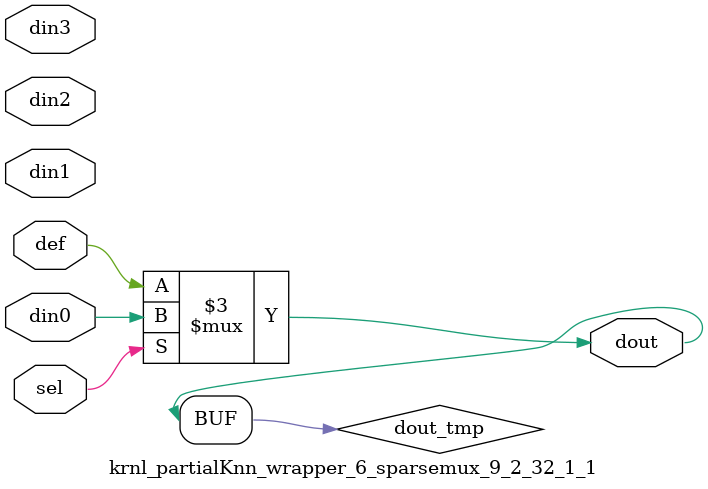
<source format=v>
`timescale 1ns / 1ps

module krnl_partialKnn_wrapper_6_sparsemux_9_2_32_1_1 (din0,din1,din2,din3,def,sel,dout);

parameter din0_WIDTH = 1;

parameter din1_WIDTH = 1;

parameter din2_WIDTH = 1;

parameter din3_WIDTH = 1;

parameter def_WIDTH = 1;
parameter sel_WIDTH = 1;
parameter dout_WIDTH = 1;

parameter [sel_WIDTH-1:0] CASE0 = 1;

parameter [sel_WIDTH-1:0] CASE1 = 1;

parameter [sel_WIDTH-1:0] CASE2 = 1;

parameter [sel_WIDTH-1:0] CASE3 = 1;

parameter ID = 1;
parameter NUM_STAGE = 1;



input [din0_WIDTH-1:0] din0;

input [din1_WIDTH-1:0] din1;

input [din2_WIDTH-1:0] din2;

input [din3_WIDTH-1:0] din3;

input [def_WIDTH-1:0] def;
input [sel_WIDTH-1:0] sel;

output [dout_WIDTH-1:0] dout;



reg [dout_WIDTH-1:0] dout_tmp;

always @ (*) begin
case (sel)
    
    CASE0 : dout_tmp = din0;
    
    CASE1 : dout_tmp = din1;
    
    CASE2 : dout_tmp = din2;
    
    CASE3 : dout_tmp = din3;
    
    default : dout_tmp = def;
endcase
end


assign dout = dout_tmp;



endmodule

</source>
